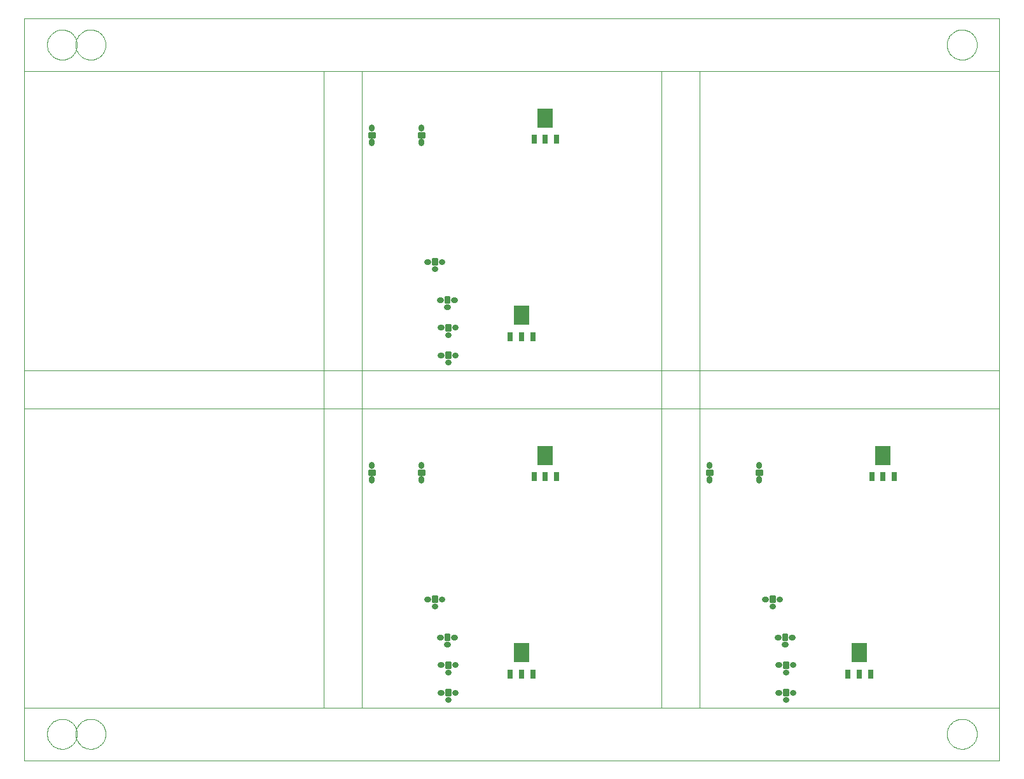
<source format=gbr>
G75*
%MOIN*%
%OFA0B0*%
%FSLAX24Y24*%
%IPPOS*%
%LPD*%
%AMOC8*
5,1,8,0,0,1.08239X$1,22.5*
%
%ADD10C,0.0010*%
%ADD11C,0.0000*%
%ADD12R,0.0315X0.0472*%
%ADD13R,0.0787X0.0984*%
%ADD14C,0.0315*%
%ADD15C,0.0157*%
D10*
X000233Y000105D02*
X000233Y002865D01*
X035633Y002865D01*
X035633Y018565D01*
X035633Y020565D01*
X033633Y020565D01*
X033633Y018565D01*
X035633Y018565D01*
X051333Y018565D01*
X051333Y020565D01*
X051333Y036265D01*
X035633Y036265D01*
X035633Y020565D01*
X051333Y020565D01*
X051333Y018565D02*
X051333Y002865D01*
X051333Y000105D01*
X000233Y000105D01*
X000233Y002865D02*
X000233Y018565D01*
X015933Y018565D01*
X015933Y020565D01*
X000233Y020565D01*
X000233Y018565D01*
X000233Y020565D02*
X000233Y036265D01*
X000233Y039025D01*
X000233Y036265D02*
X000233Y036265D01*
X015933Y036265D01*
X035633Y036265D01*
X033633Y036265D02*
X033633Y020565D01*
X017933Y020565D01*
X017933Y018575D01*
X017933Y018565D02*
X015933Y018565D01*
X015933Y002865D01*
X000233Y002865D01*
X017933Y002865D02*
X017933Y018565D01*
X033633Y018565D01*
X033633Y002865D01*
X017933Y002865D01*
X035633Y002865D02*
X051333Y002865D01*
X017933Y020565D02*
X015933Y020565D01*
X015933Y036265D01*
X017933Y036265D02*
X033633Y036265D01*
X017933Y036265D02*
X017933Y020565D01*
X051333Y036265D02*
X051333Y039025D01*
D11*
X000233Y039025D01*
X001416Y037645D02*
X001418Y037701D01*
X001424Y037756D01*
X001434Y037810D01*
X001447Y037864D01*
X001465Y037917D01*
X001486Y037968D01*
X001510Y038018D01*
X001538Y038066D01*
X001570Y038112D01*
X001604Y038156D01*
X001642Y038197D01*
X001682Y038235D01*
X001725Y038270D01*
X001770Y038302D01*
X001818Y038331D01*
X001867Y038357D01*
X001918Y038379D01*
X001970Y038397D01*
X002024Y038411D01*
X002079Y038422D01*
X002134Y038429D01*
X002189Y038432D01*
X002245Y038431D01*
X002300Y038426D01*
X002355Y038417D01*
X002409Y038405D01*
X002462Y038388D01*
X002514Y038368D01*
X002564Y038344D01*
X002612Y038317D01*
X002659Y038287D01*
X002703Y038253D01*
X002745Y038216D01*
X002783Y038176D01*
X002820Y038134D01*
X002853Y038089D01*
X002882Y038043D01*
X002909Y037994D01*
X002931Y037943D01*
X002951Y037891D01*
X002966Y037837D01*
X002978Y037783D01*
X002986Y037728D01*
X002990Y037673D01*
X002990Y037617D01*
X002986Y037562D01*
X002978Y037507D01*
X002966Y037453D01*
X002951Y037399D01*
X002931Y037347D01*
X002909Y037296D01*
X002882Y037247D01*
X002853Y037201D01*
X002820Y037156D01*
X002783Y037114D01*
X002745Y037074D01*
X002703Y037037D01*
X002659Y037003D01*
X002612Y036973D01*
X002564Y036946D01*
X002514Y036922D01*
X002462Y036902D01*
X002409Y036885D01*
X002355Y036873D01*
X002300Y036864D01*
X002245Y036859D01*
X002189Y036858D01*
X002134Y036861D01*
X002079Y036868D01*
X002024Y036879D01*
X001970Y036893D01*
X001918Y036911D01*
X001867Y036933D01*
X001818Y036959D01*
X001770Y036988D01*
X001725Y037020D01*
X001682Y037055D01*
X001642Y037093D01*
X001604Y037134D01*
X001570Y037178D01*
X001538Y037224D01*
X001510Y037272D01*
X001486Y037322D01*
X001465Y037373D01*
X001447Y037426D01*
X001434Y037480D01*
X001424Y037534D01*
X001418Y037589D01*
X001416Y037645D01*
X002912Y037645D02*
X002914Y037701D01*
X002920Y037756D01*
X002930Y037810D01*
X002943Y037864D01*
X002961Y037917D01*
X002982Y037968D01*
X003006Y038018D01*
X003034Y038066D01*
X003066Y038112D01*
X003100Y038156D01*
X003138Y038197D01*
X003178Y038235D01*
X003221Y038270D01*
X003266Y038302D01*
X003314Y038331D01*
X003363Y038357D01*
X003414Y038379D01*
X003466Y038397D01*
X003520Y038411D01*
X003575Y038422D01*
X003630Y038429D01*
X003685Y038432D01*
X003741Y038431D01*
X003796Y038426D01*
X003851Y038417D01*
X003905Y038405D01*
X003958Y038388D01*
X004010Y038368D01*
X004060Y038344D01*
X004108Y038317D01*
X004155Y038287D01*
X004199Y038253D01*
X004241Y038216D01*
X004279Y038176D01*
X004316Y038134D01*
X004349Y038089D01*
X004378Y038043D01*
X004405Y037994D01*
X004427Y037943D01*
X004447Y037891D01*
X004462Y037837D01*
X004474Y037783D01*
X004482Y037728D01*
X004486Y037673D01*
X004486Y037617D01*
X004482Y037562D01*
X004474Y037507D01*
X004462Y037453D01*
X004447Y037399D01*
X004427Y037347D01*
X004405Y037296D01*
X004378Y037247D01*
X004349Y037201D01*
X004316Y037156D01*
X004279Y037114D01*
X004241Y037074D01*
X004199Y037037D01*
X004155Y037003D01*
X004108Y036973D01*
X004060Y036946D01*
X004010Y036922D01*
X003958Y036902D01*
X003905Y036885D01*
X003851Y036873D01*
X003796Y036864D01*
X003741Y036859D01*
X003685Y036858D01*
X003630Y036861D01*
X003575Y036868D01*
X003520Y036879D01*
X003466Y036893D01*
X003414Y036911D01*
X003363Y036933D01*
X003314Y036959D01*
X003266Y036988D01*
X003221Y037020D01*
X003178Y037055D01*
X003138Y037093D01*
X003100Y037134D01*
X003066Y037178D01*
X003034Y037224D01*
X003006Y037272D01*
X002982Y037322D01*
X002961Y037373D01*
X002943Y037426D01*
X002930Y037480D01*
X002920Y037534D01*
X002914Y037589D01*
X002912Y037645D01*
X048577Y037645D02*
X048579Y037701D01*
X048585Y037756D01*
X048595Y037810D01*
X048608Y037864D01*
X048626Y037917D01*
X048647Y037968D01*
X048671Y038018D01*
X048699Y038066D01*
X048731Y038112D01*
X048765Y038156D01*
X048803Y038197D01*
X048843Y038235D01*
X048886Y038270D01*
X048931Y038302D01*
X048979Y038331D01*
X049028Y038357D01*
X049079Y038379D01*
X049131Y038397D01*
X049185Y038411D01*
X049240Y038422D01*
X049295Y038429D01*
X049350Y038432D01*
X049406Y038431D01*
X049461Y038426D01*
X049516Y038417D01*
X049570Y038405D01*
X049623Y038388D01*
X049675Y038368D01*
X049725Y038344D01*
X049773Y038317D01*
X049820Y038287D01*
X049864Y038253D01*
X049906Y038216D01*
X049944Y038176D01*
X049981Y038134D01*
X050014Y038089D01*
X050043Y038043D01*
X050070Y037994D01*
X050092Y037943D01*
X050112Y037891D01*
X050127Y037837D01*
X050139Y037783D01*
X050147Y037728D01*
X050151Y037673D01*
X050151Y037617D01*
X050147Y037562D01*
X050139Y037507D01*
X050127Y037453D01*
X050112Y037399D01*
X050092Y037347D01*
X050070Y037296D01*
X050043Y037247D01*
X050014Y037201D01*
X049981Y037156D01*
X049944Y037114D01*
X049906Y037074D01*
X049864Y037037D01*
X049820Y037003D01*
X049773Y036973D01*
X049725Y036946D01*
X049675Y036922D01*
X049623Y036902D01*
X049570Y036885D01*
X049516Y036873D01*
X049461Y036864D01*
X049406Y036859D01*
X049350Y036858D01*
X049295Y036861D01*
X049240Y036868D01*
X049185Y036879D01*
X049131Y036893D01*
X049079Y036911D01*
X049028Y036933D01*
X048979Y036959D01*
X048931Y036988D01*
X048886Y037020D01*
X048843Y037055D01*
X048803Y037093D01*
X048765Y037134D01*
X048731Y037178D01*
X048699Y037224D01*
X048671Y037272D01*
X048647Y037322D01*
X048626Y037373D01*
X048608Y037426D01*
X048595Y037480D01*
X048585Y037534D01*
X048579Y037589D01*
X048577Y037645D01*
X048577Y001489D02*
X048579Y001545D01*
X048585Y001600D01*
X048595Y001654D01*
X048608Y001708D01*
X048626Y001761D01*
X048647Y001812D01*
X048671Y001862D01*
X048699Y001910D01*
X048731Y001956D01*
X048765Y002000D01*
X048803Y002041D01*
X048843Y002079D01*
X048886Y002114D01*
X048931Y002146D01*
X048979Y002175D01*
X049028Y002201D01*
X049079Y002223D01*
X049131Y002241D01*
X049185Y002255D01*
X049240Y002266D01*
X049295Y002273D01*
X049350Y002276D01*
X049406Y002275D01*
X049461Y002270D01*
X049516Y002261D01*
X049570Y002249D01*
X049623Y002232D01*
X049675Y002212D01*
X049725Y002188D01*
X049773Y002161D01*
X049820Y002131D01*
X049864Y002097D01*
X049906Y002060D01*
X049944Y002020D01*
X049981Y001978D01*
X050014Y001933D01*
X050043Y001887D01*
X050070Y001838D01*
X050092Y001787D01*
X050112Y001735D01*
X050127Y001681D01*
X050139Y001627D01*
X050147Y001572D01*
X050151Y001517D01*
X050151Y001461D01*
X050147Y001406D01*
X050139Y001351D01*
X050127Y001297D01*
X050112Y001243D01*
X050092Y001191D01*
X050070Y001140D01*
X050043Y001091D01*
X050014Y001045D01*
X049981Y001000D01*
X049944Y000958D01*
X049906Y000918D01*
X049864Y000881D01*
X049820Y000847D01*
X049773Y000817D01*
X049725Y000790D01*
X049675Y000766D01*
X049623Y000746D01*
X049570Y000729D01*
X049516Y000717D01*
X049461Y000708D01*
X049406Y000703D01*
X049350Y000702D01*
X049295Y000705D01*
X049240Y000712D01*
X049185Y000723D01*
X049131Y000737D01*
X049079Y000755D01*
X049028Y000777D01*
X048979Y000803D01*
X048931Y000832D01*
X048886Y000864D01*
X048843Y000899D01*
X048803Y000937D01*
X048765Y000978D01*
X048731Y001022D01*
X048699Y001068D01*
X048671Y001116D01*
X048647Y001166D01*
X048626Y001217D01*
X048608Y001270D01*
X048595Y001324D01*
X048585Y001378D01*
X048579Y001433D01*
X048577Y001489D01*
X002912Y001489D02*
X002914Y001545D01*
X002920Y001600D01*
X002930Y001654D01*
X002943Y001708D01*
X002961Y001761D01*
X002982Y001812D01*
X003006Y001862D01*
X003034Y001910D01*
X003066Y001956D01*
X003100Y002000D01*
X003138Y002041D01*
X003178Y002079D01*
X003221Y002114D01*
X003266Y002146D01*
X003314Y002175D01*
X003363Y002201D01*
X003414Y002223D01*
X003466Y002241D01*
X003520Y002255D01*
X003575Y002266D01*
X003630Y002273D01*
X003685Y002276D01*
X003741Y002275D01*
X003796Y002270D01*
X003851Y002261D01*
X003905Y002249D01*
X003958Y002232D01*
X004010Y002212D01*
X004060Y002188D01*
X004108Y002161D01*
X004155Y002131D01*
X004199Y002097D01*
X004241Y002060D01*
X004279Y002020D01*
X004316Y001978D01*
X004349Y001933D01*
X004378Y001887D01*
X004405Y001838D01*
X004427Y001787D01*
X004447Y001735D01*
X004462Y001681D01*
X004474Y001627D01*
X004482Y001572D01*
X004486Y001517D01*
X004486Y001461D01*
X004482Y001406D01*
X004474Y001351D01*
X004462Y001297D01*
X004447Y001243D01*
X004427Y001191D01*
X004405Y001140D01*
X004378Y001091D01*
X004349Y001045D01*
X004316Y001000D01*
X004279Y000958D01*
X004241Y000918D01*
X004199Y000881D01*
X004155Y000847D01*
X004108Y000817D01*
X004060Y000790D01*
X004010Y000766D01*
X003958Y000746D01*
X003905Y000729D01*
X003851Y000717D01*
X003796Y000708D01*
X003741Y000703D01*
X003685Y000702D01*
X003630Y000705D01*
X003575Y000712D01*
X003520Y000723D01*
X003466Y000737D01*
X003414Y000755D01*
X003363Y000777D01*
X003314Y000803D01*
X003266Y000832D01*
X003221Y000864D01*
X003178Y000899D01*
X003138Y000937D01*
X003100Y000978D01*
X003066Y001022D01*
X003034Y001068D01*
X003006Y001116D01*
X002982Y001166D01*
X002961Y001217D01*
X002943Y001270D01*
X002930Y001324D01*
X002920Y001378D01*
X002914Y001433D01*
X002912Y001489D01*
X001416Y001489D02*
X001418Y001545D01*
X001424Y001600D01*
X001434Y001654D01*
X001447Y001708D01*
X001465Y001761D01*
X001486Y001812D01*
X001510Y001862D01*
X001538Y001910D01*
X001570Y001956D01*
X001604Y002000D01*
X001642Y002041D01*
X001682Y002079D01*
X001725Y002114D01*
X001770Y002146D01*
X001818Y002175D01*
X001867Y002201D01*
X001918Y002223D01*
X001970Y002241D01*
X002024Y002255D01*
X002079Y002266D01*
X002134Y002273D01*
X002189Y002276D01*
X002245Y002275D01*
X002300Y002270D01*
X002355Y002261D01*
X002409Y002249D01*
X002462Y002232D01*
X002514Y002212D01*
X002564Y002188D01*
X002612Y002161D01*
X002659Y002131D01*
X002703Y002097D01*
X002745Y002060D01*
X002783Y002020D01*
X002820Y001978D01*
X002853Y001933D01*
X002882Y001887D01*
X002909Y001838D01*
X002931Y001787D01*
X002951Y001735D01*
X002966Y001681D01*
X002978Y001627D01*
X002986Y001572D01*
X002990Y001517D01*
X002990Y001461D01*
X002986Y001406D01*
X002978Y001351D01*
X002966Y001297D01*
X002951Y001243D01*
X002931Y001191D01*
X002909Y001140D01*
X002882Y001091D01*
X002853Y001045D01*
X002820Y001000D01*
X002783Y000958D01*
X002745Y000918D01*
X002703Y000881D01*
X002659Y000847D01*
X002612Y000817D01*
X002564Y000790D01*
X002514Y000766D01*
X002462Y000746D01*
X002409Y000729D01*
X002355Y000717D01*
X002300Y000708D01*
X002245Y000703D01*
X002189Y000702D01*
X002134Y000705D01*
X002079Y000712D01*
X002024Y000723D01*
X001970Y000737D01*
X001918Y000755D01*
X001867Y000777D01*
X001818Y000803D01*
X001770Y000832D01*
X001725Y000864D01*
X001682Y000899D01*
X001642Y000937D01*
X001604Y000978D01*
X001570Y001022D01*
X001538Y001068D01*
X001510Y001116D01*
X001486Y001166D01*
X001465Y001217D01*
X001447Y001270D01*
X001434Y001324D01*
X001424Y001378D01*
X001418Y001433D01*
X001416Y001489D01*
D12*
X025693Y004635D03*
X026283Y004635D03*
X026874Y004635D03*
X026943Y014985D03*
X027533Y014985D03*
X028124Y014985D03*
X026874Y022335D03*
X026283Y022335D03*
X025693Y022335D03*
X026943Y032685D03*
X027533Y032685D03*
X028124Y032685D03*
X044643Y014985D03*
X045233Y014985D03*
X045824Y014985D03*
X044574Y004635D03*
X043983Y004635D03*
X043393Y004635D03*
D13*
X043983Y005757D03*
X045233Y016107D03*
X027533Y016107D03*
X026283Y023457D03*
X027533Y033807D03*
X026283Y005757D03*
D14*
X022833Y005115D02*
X022833Y005115D01*
X022773Y005115D01*
X022773Y005115D01*
X022833Y005115D01*
X022403Y004735D02*
X022403Y004735D01*
X022463Y004735D01*
X022463Y004735D01*
X022403Y004735D01*
X022033Y005115D02*
X022033Y005115D01*
X022093Y005115D01*
X022093Y005115D01*
X022033Y005115D01*
X022353Y006185D02*
X022353Y006185D01*
X022413Y006185D01*
X022413Y006185D01*
X022353Y006185D01*
X021983Y006565D02*
X021983Y006565D01*
X022043Y006565D01*
X022043Y006565D01*
X021983Y006565D01*
X022783Y006565D02*
X022783Y006565D01*
X022723Y006565D01*
X022723Y006565D01*
X022783Y006565D01*
X021703Y008185D02*
X021703Y008185D01*
X021763Y008185D01*
X021763Y008185D01*
X021703Y008185D01*
X021333Y008565D02*
X021333Y008565D01*
X021393Y008565D01*
X021393Y008565D01*
X021333Y008565D01*
X022133Y008565D02*
X022133Y008565D01*
X022073Y008565D01*
X022073Y008565D01*
X022133Y008565D01*
X022033Y003665D02*
X022033Y003665D01*
X022093Y003665D01*
X022093Y003665D01*
X022033Y003665D01*
X022403Y003285D02*
X022403Y003285D01*
X022463Y003285D01*
X022463Y003285D01*
X022403Y003285D01*
X022833Y003665D02*
X022833Y003665D01*
X022773Y003665D01*
X022773Y003665D01*
X022833Y003665D01*
X021033Y014806D02*
X021033Y014806D01*
X021033Y014886D01*
X021033Y014886D01*
X021033Y014806D01*
X021033Y015544D02*
X021033Y015544D01*
X021033Y015624D01*
X021033Y015624D01*
X021033Y015544D01*
X018433Y015544D02*
X018433Y015544D01*
X018433Y015624D01*
X018433Y015624D01*
X018433Y015544D01*
X018433Y014806D02*
X018433Y014806D01*
X018433Y014886D01*
X018433Y014886D01*
X018433Y014806D01*
X022403Y020985D02*
X022403Y020985D01*
X022463Y020985D01*
X022463Y020985D01*
X022403Y020985D01*
X022033Y021365D02*
X022033Y021365D01*
X022093Y021365D01*
X022093Y021365D01*
X022033Y021365D01*
X022833Y021365D02*
X022833Y021365D01*
X022773Y021365D01*
X022773Y021365D01*
X022833Y021365D01*
X022403Y022435D02*
X022403Y022435D01*
X022463Y022435D01*
X022463Y022435D01*
X022403Y022435D01*
X022033Y022815D02*
X022033Y022815D01*
X022093Y022815D01*
X022093Y022815D01*
X022033Y022815D01*
X022833Y022815D02*
X022833Y022815D01*
X022773Y022815D01*
X022773Y022815D01*
X022833Y022815D01*
X022353Y023885D02*
X022353Y023885D01*
X022413Y023885D01*
X022413Y023885D01*
X022353Y023885D01*
X021983Y024265D02*
X021983Y024265D01*
X022043Y024265D01*
X022043Y024265D01*
X021983Y024265D01*
X022783Y024265D02*
X022783Y024265D01*
X022723Y024265D01*
X022723Y024265D01*
X022783Y024265D01*
X021703Y025885D02*
X021703Y025885D01*
X021763Y025885D01*
X021763Y025885D01*
X021703Y025885D01*
X021333Y026265D02*
X021333Y026265D01*
X021393Y026265D01*
X021393Y026265D01*
X021333Y026265D01*
X022133Y026265D02*
X022133Y026265D01*
X022073Y026265D01*
X022073Y026265D01*
X022133Y026265D01*
X021033Y032506D02*
X021033Y032506D01*
X021033Y032586D01*
X021033Y032586D01*
X021033Y032506D01*
X021033Y033244D02*
X021033Y033244D01*
X021033Y033324D01*
X021033Y033324D01*
X021033Y033244D01*
X018433Y033244D02*
X018433Y033244D01*
X018433Y033324D01*
X018433Y033324D01*
X018433Y033244D01*
X018433Y032506D02*
X018433Y032506D01*
X018433Y032586D01*
X018433Y032586D01*
X018433Y032506D01*
X036133Y015544D02*
X036133Y015544D01*
X036133Y015624D01*
X036133Y015624D01*
X036133Y015544D01*
X036133Y014806D02*
X036133Y014806D01*
X036133Y014886D01*
X036133Y014886D01*
X036133Y014806D01*
X038733Y014806D02*
X038733Y014806D01*
X038733Y014886D01*
X038733Y014886D01*
X038733Y014806D01*
X038733Y015544D02*
X038733Y015544D01*
X038733Y015624D01*
X038733Y015624D01*
X038733Y015544D01*
X039033Y008565D02*
X039033Y008565D01*
X039093Y008565D01*
X039093Y008565D01*
X039033Y008565D01*
X039403Y008185D02*
X039403Y008185D01*
X039463Y008185D01*
X039463Y008185D01*
X039403Y008185D01*
X039833Y008565D02*
X039833Y008565D01*
X039773Y008565D01*
X039773Y008565D01*
X039833Y008565D01*
X039683Y006565D02*
X039683Y006565D01*
X039743Y006565D01*
X039743Y006565D01*
X039683Y006565D01*
X040053Y006185D02*
X040053Y006185D01*
X040113Y006185D01*
X040113Y006185D01*
X040053Y006185D01*
X040483Y006565D02*
X040483Y006565D01*
X040423Y006565D01*
X040423Y006565D01*
X040483Y006565D01*
X040533Y005115D02*
X040533Y005115D01*
X040473Y005115D01*
X040473Y005115D01*
X040533Y005115D01*
X040103Y004735D02*
X040103Y004735D01*
X040163Y004735D01*
X040163Y004735D01*
X040103Y004735D01*
X039733Y005115D02*
X039733Y005115D01*
X039793Y005115D01*
X039793Y005115D01*
X039733Y005115D01*
X039733Y003665D02*
X039733Y003665D01*
X039793Y003665D01*
X039793Y003665D01*
X039733Y003665D01*
X040103Y003285D02*
X040103Y003285D01*
X040163Y003285D01*
X040163Y003285D01*
X040103Y003285D01*
X040533Y003665D02*
X040533Y003665D01*
X040473Y003665D01*
X040473Y003665D01*
X040533Y003665D01*
D15*
X040212Y003784D02*
X040212Y003546D01*
X040054Y003546D01*
X040054Y003784D01*
X040212Y003784D01*
X040212Y003702D02*
X040054Y003702D01*
X040212Y004996D02*
X040212Y005234D01*
X040212Y004996D02*
X040054Y004996D01*
X040054Y005234D01*
X040212Y005234D01*
X040212Y005152D02*
X040054Y005152D01*
X040162Y006446D02*
X040162Y006684D01*
X040162Y006446D02*
X040004Y006446D01*
X040004Y006684D01*
X040162Y006684D01*
X040162Y006602D02*
X040004Y006602D01*
X039512Y008446D02*
X039512Y008684D01*
X039512Y008446D02*
X039354Y008446D01*
X039354Y008684D01*
X039512Y008684D01*
X039512Y008602D02*
X039354Y008602D01*
X038852Y015136D02*
X038614Y015136D01*
X038614Y015294D01*
X038852Y015294D01*
X038852Y015136D01*
X038852Y015292D02*
X038614Y015292D01*
X036252Y015136D02*
X036014Y015136D01*
X036014Y015294D01*
X036252Y015294D01*
X036252Y015136D01*
X036252Y015292D02*
X036014Y015292D01*
X022512Y021246D02*
X022512Y021484D01*
X022512Y021246D02*
X022354Y021246D01*
X022354Y021484D01*
X022512Y021484D01*
X022512Y021402D02*
X022354Y021402D01*
X022512Y022696D02*
X022512Y022934D01*
X022512Y022696D02*
X022354Y022696D01*
X022354Y022934D01*
X022512Y022934D01*
X022512Y022852D02*
X022354Y022852D01*
X022462Y024146D02*
X022462Y024384D01*
X022462Y024146D02*
X022304Y024146D01*
X022304Y024384D01*
X022462Y024384D01*
X022462Y024302D02*
X022304Y024302D01*
X021812Y026146D02*
X021812Y026384D01*
X021812Y026146D02*
X021654Y026146D01*
X021654Y026384D01*
X021812Y026384D01*
X021812Y026302D02*
X021654Y026302D01*
X021152Y032836D02*
X020914Y032836D01*
X020914Y032994D01*
X021152Y032994D01*
X021152Y032836D01*
X021152Y032992D02*
X020914Y032992D01*
X018552Y032836D02*
X018314Y032836D01*
X018314Y032994D01*
X018552Y032994D01*
X018552Y032836D01*
X018552Y032992D02*
X018314Y032992D01*
X018314Y015136D02*
X018552Y015136D01*
X018314Y015136D02*
X018314Y015294D01*
X018552Y015294D01*
X018552Y015136D01*
X018552Y015292D02*
X018314Y015292D01*
X020914Y015136D02*
X021152Y015136D01*
X020914Y015136D02*
X020914Y015294D01*
X021152Y015294D01*
X021152Y015136D01*
X021152Y015292D02*
X020914Y015292D01*
X021812Y008684D02*
X021812Y008446D01*
X021654Y008446D01*
X021654Y008684D01*
X021812Y008684D01*
X021812Y008602D02*
X021654Y008602D01*
X022462Y006684D02*
X022462Y006446D01*
X022304Y006446D01*
X022304Y006684D01*
X022462Y006684D01*
X022462Y006602D02*
X022304Y006602D01*
X022512Y005234D02*
X022512Y004996D01*
X022354Y004996D01*
X022354Y005234D01*
X022512Y005234D01*
X022512Y005152D02*
X022354Y005152D01*
X022512Y003784D02*
X022512Y003546D01*
X022354Y003546D01*
X022354Y003784D01*
X022512Y003784D01*
X022512Y003702D02*
X022354Y003702D01*
M02*

</source>
